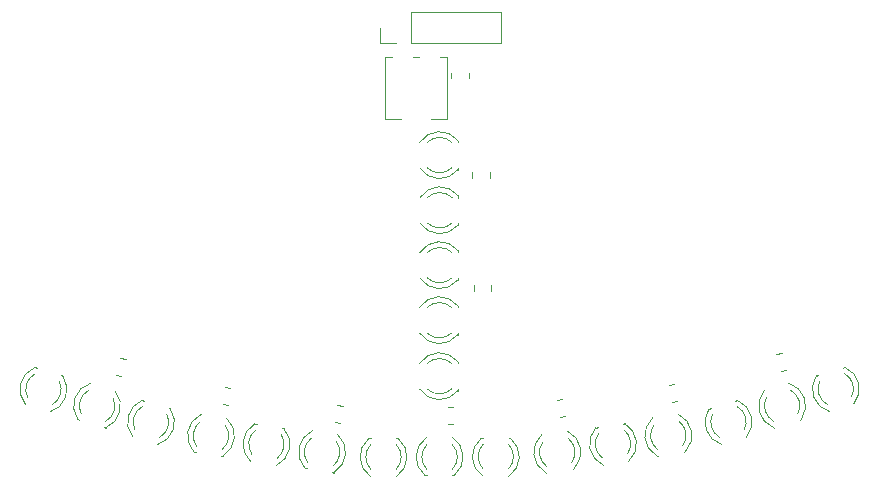
<source format=gbr>
%TF.GenerationSoftware,KiCad,Pcbnew,7.0.9*%
%TF.CreationDate,2025-05-06T13:12:29+09:00*%
%TF.ProjectId,Line_side&back,4c696e65-5f73-4696-9465-266261636b2e,rev?*%
%TF.SameCoordinates,Original*%
%TF.FileFunction,Legend,Top*%
%TF.FilePolarity,Positive*%
%FSLAX46Y46*%
G04 Gerber Fmt 4.6, Leading zero omitted, Abs format (unit mm)*
G04 Created by KiCad (PCBNEW 7.0.9) date 2025-05-06 13:12:29*
%MOMM*%
%LPD*%
G01*
G04 APERTURE LIST*
%ADD10C,0.120000*%
G04 APERTURE END LIST*
D10*
%TO.C,D10*%
X130268738Y-152782484D02*
X130423024Y-152805542D01*
X132559298Y-153124811D02*
X132713585Y-153147869D01*
X130902170Y-149608918D02*
G75*
G03*
X130269216Y-152782556I819574J-1813394D01*
G01*
X130807657Y-150233008D02*
G75*
G03*
X130499743Y-152292205I914087J-1189304D01*
G01*
X132636017Y-152611473D02*
G75*
G03*
X132943609Y-150552228I-914273J1189161D01*
G01*
X132713106Y-153147798D02*
G75*
G03*
X133035691Y-149927774I-991362J1725486D01*
G01*
%TO.C,Q3*%
X119176276Y-146364559D02*
X119027093Y-146318949D01*
X116961475Y-145687426D02*
X116812291Y-145641816D01*
X118080718Y-149409639D02*
G75*
G03*
X119175813Y-146364419I-542534J1914616D01*
G01*
X118266440Y-148806374D02*
G75*
G03*
X118875340Y-146815309I-728256J1311351D01*
G01*
X116809722Y-146183787D02*
G75*
G03*
X116201135Y-148174947I728462J-1311236D01*
G01*
X116812754Y-145641959D02*
G75*
G03*
X116017763Y-148778930I725430J-1853064D01*
G01*
%TO.C,RV1*%
X146470000Y-124620000D02*
X147850000Y-124620000D01*
X146470000Y-124620000D02*
X146470000Y-119380000D01*
X150330000Y-124620000D02*
X151710000Y-124620000D01*
X151710000Y-124620000D02*
X151710000Y-119380000D01*
X146470000Y-119380000D02*
X147051000Y-119380000D01*
X148830000Y-119380000D02*
X149350000Y-119380000D01*
X151130000Y-119380000D02*
X151710000Y-119380000D01*
%TO.C,R1*%
X142640555Y-150324218D02*
X142192018Y-150253176D01*
X142870514Y-148872316D02*
X142421977Y-148801274D01*
%TO.C,J1*%
X146030000Y-118190000D02*
X146030000Y-116860000D01*
X147360000Y-118190000D02*
X146030000Y-118190000D01*
X148630000Y-118190000D02*
X156310000Y-118190000D01*
X148630000Y-118190000D02*
X148630000Y-115530000D01*
X156310000Y-118190000D02*
X156310000Y-115530000D01*
X148630000Y-115530000D02*
X156310000Y-115530000D01*
%TO.C,Q6*%
X157076000Y-151630000D02*
X156920000Y-151630000D01*
X154760000Y-151630000D02*
X154604000Y-151630000D01*
X156918608Y-154862334D02*
G75*
G03*
X157075515Y-151630001I-1078608J1672334D01*
G01*
X156919836Y-154231129D02*
G75*
G03*
X156919999Y-152149040I-1079836J1041129D01*
G01*
X154760001Y-152149040D02*
G75*
G03*
X154760164Y-154231129I1079999J-1040960D01*
G01*
X154604485Y-151630001D02*
G75*
G03*
X154761392Y-154862334I1235515J-1559999D01*
G01*
%TO.C,R5*%
X161721246Y-149784404D02*
X161274017Y-149863263D01*
X161465983Y-148336737D02*
X161018754Y-148415596D01*
%TO.C,R8*%
X155425000Y-138672936D02*
X155425000Y-139127064D01*
X153955000Y-138672936D02*
X153955000Y-139127064D01*
%TO.C,D2*%
X179354126Y-150731353D02*
X179503310Y-150685743D01*
X181568928Y-150054220D02*
X181718111Y-150008610D01*
X178559598Y-147594239D02*
G75*
G03*
X179354589Y-150731210I1520421J-1283907D01*
G01*
X178742970Y-148198222D02*
G75*
G03*
X179351557Y-150189382I1337049J-679924D01*
G01*
X181417175Y-149557860D02*
G75*
G03*
X180808275Y-147566795I-1337156J679714D01*
G01*
X181717648Y-150008750D02*
G75*
G03*
X180622553Y-146963530I-1637629J1130604D01*
G01*
%TO.C,Q4*%
X185349152Y-145604560D02*
X185199968Y-145650170D01*
X183134350Y-146281693D02*
X182985167Y-146327303D01*
X186143680Y-148741674D02*
G75*
G03*
X185348689Y-145604703I-1520421J1283907D01*
G01*
X185960308Y-148137691D02*
G75*
G03*
X185351721Y-146146531I-1337049J679924D01*
G01*
X183286103Y-146778053D02*
G75*
G03*
X183895003Y-148769118I1337156J-679714D01*
G01*
X182985630Y-146327163D02*
G75*
G03*
X184080725Y-149372383I1637629J-1130604D01*
G01*
%TO.C,D6*%
X152655000Y-133566000D02*
X152655000Y-133410000D01*
X152655000Y-131250000D02*
X152655000Y-131094000D01*
X149422666Y-133408608D02*
G75*
G03*
X152654999Y-133565515I1672334J1078608D01*
G01*
X150053871Y-133409836D02*
G75*
G03*
X152135960Y-133409999I1041129J1079836D01*
G01*
X152135960Y-131250001D02*
G75*
G03*
X150053871Y-131250164I-1040960J-1079999D01*
G01*
X152654999Y-131094485D02*
G75*
G03*
X149422666Y-131251392I-1559999J-1235515D01*
G01*
%TO.C,D3*%
X169452778Y-153118923D02*
X169607065Y-153095865D01*
X171743339Y-152776596D02*
X171897625Y-152753538D01*
X169130673Y-149898829D02*
G75*
G03*
X169453257Y-153118851I1313946J-1494537D01*
G01*
X169222755Y-150523283D02*
G75*
G03*
X169530346Y-152582526I1221864J-870083D01*
G01*
X171666619Y-152263258D02*
G75*
G03*
X171358706Y-150204063I-1222000J869892D01*
G01*
X171897146Y-152753609D02*
G75*
G03*
X171264193Y-149579973I-1452527J1360243D01*
G01*
%TO.C,R11*%
X133195798Y-148827194D02*
X132745055Y-148771849D01*
X133374945Y-147368151D02*
X132924202Y-147312806D01*
%TO.C,Q8*%
X176260541Y-148404141D02*
X176111357Y-148449751D01*
X174045739Y-149081274D02*
X173896556Y-149126884D01*
X177055069Y-151541255D02*
G75*
G03*
X176260078Y-148404284I-1520421J1283907D01*
G01*
X176871697Y-150937272D02*
G75*
G03*
X176263110Y-148946112I-1337049J679924D01*
G01*
X174197492Y-149577634D02*
G75*
G03*
X174806392Y-151568699I1337156J-679714D01*
G01*
X173897019Y-149126744D02*
G75*
G03*
X174992114Y-152171964I1637629J-1130604D01*
G01*
%TO.C,D8*%
X120439616Y-150023815D02*
X120588799Y-150069425D01*
X122654417Y-150700948D02*
X122803601Y-150746558D01*
X121535174Y-146978735D02*
G75*
G03*
X120440079Y-150023955I542534J-1914616D01*
G01*
X121349452Y-147582000D02*
G75*
G03*
X120740552Y-149573065I728256J-1311351D01*
G01*
X122806170Y-150204587D02*
G75*
G03*
X123414757Y-148213427I-728462J1311236D01*
G01*
X122803138Y-150746415D02*
G75*
G03*
X123598129Y-147609444I-725430J1853064D01*
G01*
%TO.C,R7*%
X155325000Y-129122936D02*
X155325000Y-129577064D01*
X153855000Y-129122936D02*
X153855000Y-129577064D01*
%TO.C,Q16*%
X152635000Y-128896000D02*
X152635000Y-128740000D01*
X152635000Y-126580000D02*
X152635000Y-126424000D01*
X149402666Y-128738608D02*
G75*
G03*
X152634999Y-128895515I1672334J1078608D01*
G01*
X150033871Y-128739836D02*
G75*
G03*
X152115960Y-128739999I1041129J1079836D01*
G01*
X152115960Y-126580001D02*
G75*
G03*
X150033871Y-126580164I-1040960J-1079999D01*
G01*
X152634999Y-126424485D02*
G75*
G03*
X149402666Y-126581392I-1559999J-1235515D01*
G01*
%TO.C,R9*%
X124119095Y-146368724D02*
X123680441Y-146251187D01*
X124499559Y-144948813D02*
X124060905Y-144831276D01*
%TO.C,R4*%
X171167146Y-148476246D02*
X170717438Y-148539448D01*
X170962562Y-147020552D02*
X170512854Y-147083754D01*
%TO.C,Q7*%
X152645000Y-138216000D02*
X152645000Y-138060000D01*
X152645000Y-135900000D02*
X152645000Y-135744000D01*
X149412666Y-138058608D02*
G75*
G03*
X152644999Y-138215515I1672334J1078608D01*
G01*
X150043871Y-138059836D02*
G75*
G03*
X152125960Y-138059999I1041129J1079836D01*
G01*
X152125960Y-135900001D02*
G75*
G03*
X150043871Y-135900164I-1040960J-1079999D01*
G01*
X152644999Y-135744485D02*
G75*
G03*
X149412666Y-135901392I-1559999J-1235515D01*
G01*
%TO.C,D1*%
X139677235Y-154168371D02*
X139831521Y-154191429D01*
X141967795Y-154510698D02*
X142122082Y-154533756D01*
X140310667Y-150994805D02*
G75*
G03*
X139677713Y-154168443I819574J-1813394D01*
G01*
X140216154Y-151618895D02*
G75*
G03*
X139908240Y-153678092I914087J-1189304D01*
G01*
X142044514Y-153997360D02*
G75*
G03*
X142352106Y-151938115I-914273J1189161D01*
G01*
X142121603Y-154533685D02*
G75*
G03*
X142444188Y-151313661I-991362J1725486D01*
G01*
%TO.C,D5*%
X149844000Y-154780000D02*
X150000000Y-154780000D01*
X152160000Y-154780000D02*
X152316000Y-154780000D01*
X150001392Y-151547666D02*
G75*
G03*
X149844485Y-154779999I1078608J-1672334D01*
G01*
X150000164Y-152178871D02*
G75*
G03*
X150000001Y-154260960I1079836J-1041129D01*
G01*
X152159999Y-154260960D02*
G75*
G03*
X152159836Y-152178871I-1079999J1040960D01*
G01*
X152315515Y-154779999D02*
G75*
G03*
X152158608Y-151547666I-1235515J1559999D01*
G01*
%TO.C,Q10*%
X166750003Y-150378316D02*
X166595716Y-150401374D01*
X164459442Y-150720643D02*
X164305156Y-150743701D01*
X167072108Y-153598410D02*
G75*
G03*
X166749524Y-150378388I-1313946J1494537D01*
G01*
X166980026Y-152973956D02*
G75*
G03*
X166672435Y-150914713I-1221864J870083D01*
G01*
X164536162Y-151233981D02*
G75*
G03*
X164844075Y-153293176I1222000J-869892D01*
G01*
X164305635Y-150743630D02*
G75*
G03*
X164938588Y-153917266I1452527J-1360243D01*
G01*
%TO.C,R6*%
X152227064Y-150415000D02*
X151772936Y-150415000D01*
X152227064Y-148945000D02*
X151772936Y-148945000D01*
%TO.C,R2*%
X180418152Y-145817359D02*
X179979498Y-145934896D01*
X180037688Y-144397448D02*
X179599034Y-144514985D01*
%TO.C,D7*%
X152615000Y-142876000D02*
X152615000Y-142720000D01*
X152615000Y-140560000D02*
X152615000Y-140404000D01*
X149382666Y-142718608D02*
G75*
G03*
X152614999Y-142875515I1672334J1078608D01*
G01*
X150013871Y-142719836D02*
G75*
G03*
X152095960Y-142719999I1041129J1079836D01*
G01*
X152095960Y-140560001D02*
G75*
G03*
X150013871Y-140560164I-1040960J-1079999D01*
G01*
X152614999Y-140404485D02*
G75*
G03*
X149382666Y-140561392I-1559999J-1235515D01*
G01*
%TO.C,Q5*%
X137871097Y-150774125D02*
X137716811Y-150751067D01*
X135580537Y-150431798D02*
X135426250Y-150408740D01*
X137237665Y-153947691D02*
G75*
G03*
X137870619Y-150774053I-819574J1813394D01*
G01*
X137332178Y-153323601D02*
G75*
G03*
X137640092Y-151264404I-914087J1189304D01*
G01*
X135503818Y-150945136D02*
G75*
G03*
X135196226Y-153004381I914273J-1189161D01*
G01*
X135426729Y-150408811D02*
G75*
G03*
X135104144Y-153628835I991362J-1725486D01*
G01*
%TO.C,D4*%
X160050193Y-154544371D02*
X160204480Y-154521313D01*
X162340754Y-154202044D02*
X162495040Y-154178986D01*
X159728088Y-151324277D02*
G75*
G03*
X160050672Y-154544299I1313946J-1494537D01*
G01*
X159820170Y-151948731D02*
G75*
G03*
X160127761Y-154007974I1221864J-870083D01*
G01*
X162264034Y-153688706D02*
G75*
G03*
X161956121Y-151629511I-1222000J869892D01*
G01*
X162494561Y-154179057D02*
G75*
G03*
X161861608Y-151005421I-1452527J1360243D01*
G01*
%TO.C,R3*%
X152085000Y-121129564D02*
X152085000Y-120675436D01*
X153555000Y-121129564D02*
X153555000Y-120675436D01*
%TO.C,Q1*%
X147566000Y-151650000D02*
X147410000Y-151650000D01*
X145250000Y-151650000D02*
X145094000Y-151650000D01*
X147408608Y-154882334D02*
G75*
G03*
X147565515Y-151650001I-1078608J1672334D01*
G01*
X147409836Y-154251129D02*
G75*
G03*
X147409999Y-152169040I-1079836J1041129D01*
G01*
X145250001Y-152169040D02*
G75*
G03*
X145250164Y-154251129I1079999J-1040960D01*
G01*
X145094485Y-151650001D02*
G75*
G03*
X145251392Y-154882334I1235515J-1559999D01*
G01*
%TO.C,Q15*%
X152620000Y-147616000D02*
X152620000Y-147460000D01*
X152620000Y-145300000D02*
X152620000Y-145144000D01*
X149387666Y-147458608D02*
G75*
G03*
X152619999Y-147615515I1672334J1078608D01*
G01*
X150018871Y-147459836D02*
G75*
G03*
X152100960Y-147459999I1041129J1079836D01*
G01*
X152100960Y-145300001D02*
G75*
G03*
X150018871Y-145300164I-1040960J-1079999D01*
G01*
X152619999Y-145144485D02*
G75*
G03*
X149387666Y-145301392I-1559999J-1235515D01*
G01*
%TO.C,Q14*%
X128276582Y-149125887D02*
X128127399Y-149080277D01*
X126061781Y-148448754D02*
X125912597Y-148403144D01*
X127181024Y-152170967D02*
G75*
G03*
X128276119Y-149125747I-542534J1914616D01*
G01*
X127366746Y-151567702D02*
G75*
G03*
X127975646Y-149576637I-728256J1311351D01*
G01*
X125910028Y-148945115D02*
G75*
G03*
X125301441Y-150936275I728462J-1311236D01*
G01*
X125913060Y-148403287D02*
G75*
G03*
X125118069Y-151540258I725430J-1853064D01*
G01*
%TD*%
M02*

</source>
